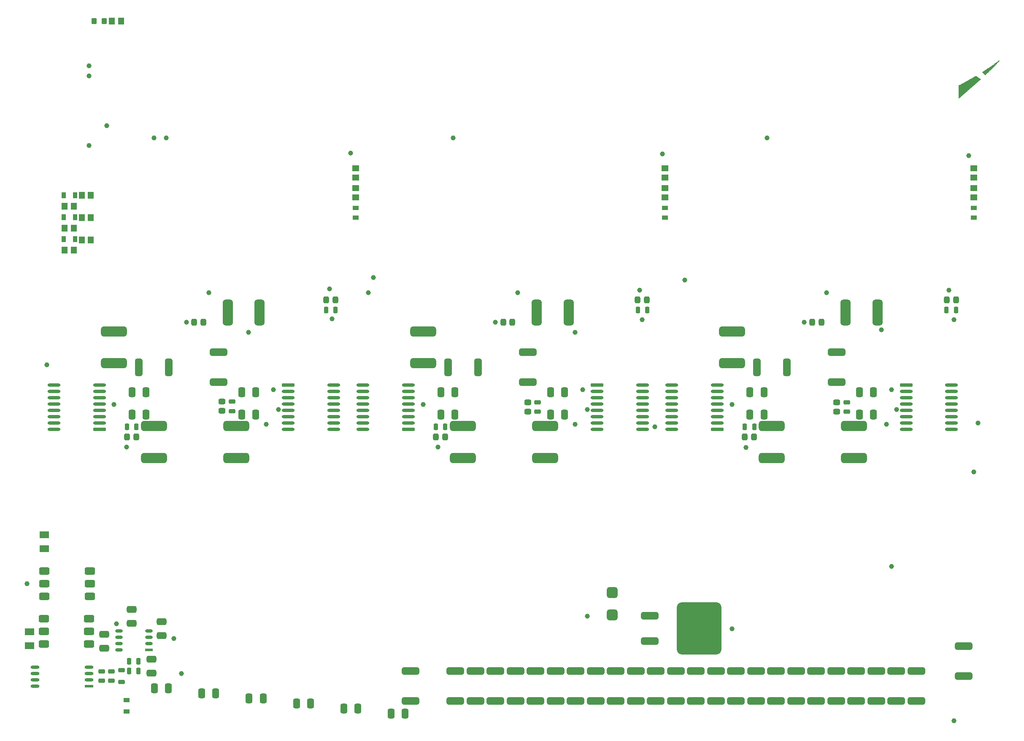
<source format=gtp>
G04*
G04 #@! TF.GenerationSoftware,Altium Limited,Altium Designer,24.1.2 (44)*
G04*
G04 Layer_Color=8421504*
%FSLAX44Y44*%
%MOMM*%
G71*
G04*
G04 #@! TF.SameCoordinates,002F384A-D8A5-405E-8752-54C3CCCC5CC3*
G04*
G04*
G04 #@! TF.FilePolarity,Positive*
G04*
G01*
G75*
%ADD17R,1.9500X1.4000*%
%ADD18C,1.0000*%
%ADD19R,0.9000X1.3000*%
%ADD20R,1.1500X1.3500*%
G04:AMPARAMS|DCode=21|XSize=2.6028mm|YSize=0.6221mm|CornerRadius=0.1555mm|HoleSize=0mm|Usage=FLASHONLY|Rotation=180.000|XOffset=0mm|YOffset=0mm|HoleType=Round|Shape=RoundedRectangle|*
%AMROUNDEDRECTD21*
21,1,2.6028,0.3111,0,0,180.0*
21,1,2.2917,0.6221,0,0,180.0*
1,1,0.3111,-1.1459,0.1555*
1,1,0.3111,1.1459,0.1555*
1,1,0.3111,1.1459,-0.1555*
1,1,0.3111,-1.1459,-0.1555*
%
%ADD21ROUNDEDRECTD21*%
G04:AMPARAMS|DCode=22|XSize=2.6028mm|YSize=0.6221mm|CornerRadius=0.3111mm|HoleSize=0mm|Usage=FLASHONLY|Rotation=180.000|XOffset=0mm|YOffset=0mm|HoleType=Round|Shape=RoundedRectangle|*
%AMROUNDEDRECTD22*
21,1,2.6028,0.0000,0,0,180.0*
21,1,1.9807,0.6221,0,0,180.0*
1,1,0.6221,-0.9903,0.0000*
1,1,0.6221,0.9903,0.0000*
1,1,0.6221,0.9903,0.0000*
1,1,0.6221,-0.9903,0.0000*
%
%ADD22ROUNDEDRECTD22*%
G04:AMPARAMS|DCode=23|XSize=1.35mm|YSize=1.15mm|CornerRadius=0.2875mm|HoleSize=0mm|Usage=FLASHONLY|Rotation=270.000|XOffset=0mm|YOffset=0mm|HoleType=Round|Shape=RoundedRectangle|*
%AMROUNDEDRECTD23*
21,1,1.3500,0.5750,0,0,270.0*
21,1,0.7750,1.1500,0,0,270.0*
1,1,0.5750,-0.2875,-0.3875*
1,1,0.5750,-0.2875,0.3875*
1,1,0.5750,0.2875,0.3875*
1,1,0.5750,0.2875,-0.3875*
%
%ADD23ROUNDEDRECTD23*%
G04:AMPARAMS|DCode=24|XSize=3.5mm|YSize=1.5mm|CornerRadius=0.375mm|HoleSize=0mm|Usage=FLASHONLY|Rotation=0.000|XOffset=0mm|YOffset=0mm|HoleType=Round|Shape=RoundedRectangle|*
%AMROUNDEDRECTD24*
21,1,3.5000,0.7500,0,0,0.0*
21,1,2.7500,1.5000,0,0,0.0*
1,1,0.7500,1.3750,-0.3750*
1,1,0.7500,-1.3750,-0.3750*
1,1,0.7500,-1.3750,0.3750*
1,1,0.7500,1.3750,0.3750*
%
%ADD24ROUNDEDRECTD24*%
G04:AMPARAMS|DCode=25|XSize=1.95mm|YSize=1.4mm|CornerRadius=0.35mm|HoleSize=0mm|Usage=FLASHONLY|Rotation=0.000|XOffset=0mm|YOffset=0mm|HoleType=Round|Shape=RoundedRectangle|*
%AMROUNDEDRECTD25*
21,1,1.9500,0.7000,0,0,0.0*
21,1,1.2500,1.4000,0,0,0.0*
1,1,0.7000,0.6250,-0.3500*
1,1,0.7000,-0.6250,-0.3500*
1,1,0.7000,-0.6250,0.3500*
1,1,0.7000,0.6250,0.3500*
%
%ADD25ROUNDEDRECTD25*%
G04:AMPARAMS|DCode=26|XSize=1.5mm|YSize=2.1mm|CornerRadius=0.375mm|HoleSize=0mm|Usage=FLASHONLY|Rotation=90.000|XOffset=0mm|YOffset=0mm|HoleType=Round|Shape=RoundedRectangle|*
%AMROUNDEDRECTD26*
21,1,1.5000,1.3500,0,0,90.0*
21,1,0.7500,2.1000,0,0,90.0*
1,1,0.7500,0.6750,0.3750*
1,1,0.7500,0.6750,-0.3750*
1,1,0.7500,-0.6750,-0.3750*
1,1,0.7500,-0.6750,0.3750*
%
%ADD26ROUNDEDRECTD26*%
%ADD27R,1.5200X0.6000*%
%ADD28O,1.5200X0.6000*%
G04:AMPARAMS|DCode=29|XSize=1.95mm|YSize=1.4mm|CornerRadius=0.35mm|HoleSize=0mm|Usage=FLASHONLY|Rotation=90.000|XOffset=0mm|YOffset=0mm|HoleType=Round|Shape=RoundedRectangle|*
%AMROUNDEDRECTD29*
21,1,1.9500,0.7000,0,0,90.0*
21,1,1.2500,1.4000,0,0,90.0*
1,1,0.7000,0.3500,0.6250*
1,1,0.7000,0.3500,-0.6250*
1,1,0.7000,-0.3500,-0.6250*
1,1,0.7000,-0.3500,0.6250*
%
%ADD29ROUNDEDRECTD29*%
G04:AMPARAMS|DCode=30|XSize=0.9mm|YSize=1.3mm|CornerRadius=0.225mm|HoleSize=0mm|Usage=FLASHONLY|Rotation=180.000|XOffset=0mm|YOffset=0mm|HoleType=Round|Shape=RoundedRectangle|*
%AMROUNDEDRECTD30*
21,1,0.9000,0.8500,0,0,180.0*
21,1,0.4500,1.3000,0,0,180.0*
1,1,0.4500,-0.2250,0.4250*
1,1,0.4500,0.2250,0.4250*
1,1,0.4500,0.2250,-0.4250*
1,1,0.4500,-0.2250,-0.4250*
%
%ADD30ROUNDEDRECTD30*%
G04:AMPARAMS|DCode=31|XSize=0.9mm|YSize=1.3mm|CornerRadius=0.225mm|HoleSize=0mm|Usage=FLASHONLY|Rotation=270.000|XOffset=0mm|YOffset=0mm|HoleType=Round|Shape=RoundedRectangle|*
%AMROUNDEDRECTD31*
21,1,0.9000,0.8500,0,0,270.0*
21,1,0.4500,1.3000,0,0,270.0*
1,1,0.4500,-0.4250,-0.2250*
1,1,0.4500,-0.4250,0.2250*
1,1,0.4500,0.4250,0.2250*
1,1,0.4500,0.4250,-0.2250*
%
%ADD31ROUNDEDRECTD31*%
%ADD32O,1.8000X0.6000*%
%ADD33R,1.8000X0.6000*%
%ADD34R,1.3000X0.9000*%
G04:AMPARAMS|DCode=35|XSize=9mm|YSize=10.5mm|CornerRadius=1.125mm|HoleSize=0mm|Usage=FLASHONLY|Rotation=0.000|XOffset=0mm|YOffset=0mm|HoleType=Round|Shape=RoundedRectangle|*
%AMROUNDEDRECTD35*
21,1,9.0000,8.2500,0,0,0.0*
21,1,6.7500,10.5000,0,0,0.0*
1,1,2.2500,3.3750,-4.1250*
1,1,2.2500,-3.3750,-4.1250*
1,1,2.2500,-3.3750,4.1250*
1,1,2.2500,3.3750,4.1250*
%
%ADD35ROUNDEDRECTD35*%
G04:AMPARAMS|DCode=36|XSize=1.5mm|YSize=3.5mm|CornerRadius=0.375mm|HoleSize=0mm|Usage=FLASHONLY|Rotation=90.000|XOffset=0mm|YOffset=0mm|HoleType=Round|Shape=RoundedRectangle|*
%AMROUNDEDRECTD36*
21,1,1.5000,2.7500,0,0,90.0*
21,1,0.7500,3.5000,0,0,90.0*
1,1,0.7500,1.3750,0.3750*
1,1,0.7500,1.3750,-0.3750*
1,1,0.7500,-1.3750,-0.3750*
1,1,0.7500,-1.3750,0.3750*
%
%ADD36ROUNDEDRECTD36*%
G04:AMPARAMS|DCode=37|XSize=2.2mm|YSize=2.21mm|CornerRadius=0.55mm|HoleSize=0mm|Usage=FLASHONLY|Rotation=180.000|XOffset=0mm|YOffset=0mm|HoleType=Round|Shape=RoundedRectangle|*
%AMROUNDEDRECTD37*
21,1,2.2000,1.1100,0,0,180.0*
21,1,1.1000,2.2100,0,0,180.0*
1,1,1.1000,-0.5500,0.5550*
1,1,1.1000,0.5500,0.5550*
1,1,1.1000,0.5500,-0.5550*
1,1,1.1000,-0.5500,-0.5550*
%
%ADD37ROUNDEDRECTD37*%
G04:AMPARAMS|DCode=38|XSize=2mm|YSize=5.2mm|CornerRadius=0.5mm|HoleSize=0mm|Usage=FLASHONLY|Rotation=270.000|XOffset=0mm|YOffset=0mm|HoleType=Round|Shape=RoundedRectangle|*
%AMROUNDEDRECTD38*
21,1,2.0000,4.2000,0,0,270.0*
21,1,1.0000,5.2000,0,0,270.0*
1,1,1.0000,-2.1000,-0.5000*
1,1,1.0000,-2.1000,0.5000*
1,1,1.0000,2.1000,0.5000*
1,1,1.0000,2.1000,-0.5000*
%
%ADD38ROUNDEDRECTD38*%
%ADD39R,1.3500X1.1500*%
G04:AMPARAMS|DCode=40|XSize=3.5mm|YSize=1.5mm|CornerRadius=0.375mm|HoleSize=0mm|Usage=FLASHONLY|Rotation=270.000|XOffset=0mm|YOffset=0mm|HoleType=Round|Shape=RoundedRectangle|*
%AMROUNDEDRECTD40*
21,1,3.5000,0.7500,0,0,270.0*
21,1,2.7500,1.5000,0,0,270.0*
1,1,0.7500,-0.3750,-1.3750*
1,1,0.7500,-0.3750,1.3750*
1,1,0.7500,0.3750,1.3750*
1,1,0.7500,0.3750,-1.3750*
%
%ADD40ROUNDEDRECTD40*%
G04:AMPARAMS|DCode=41|XSize=1.35mm|YSize=1.15mm|CornerRadius=0.2875mm|HoleSize=0mm|Usage=FLASHONLY|Rotation=180.000|XOffset=0mm|YOffset=0mm|HoleType=Round|Shape=RoundedRectangle|*
%AMROUNDEDRECTD41*
21,1,1.3500,0.5750,0,0,180.0*
21,1,0.7750,1.1500,0,0,180.0*
1,1,0.5750,-0.3875,0.2875*
1,1,0.5750,0.3875,0.2875*
1,1,0.5750,0.3875,-0.2875*
1,1,0.5750,-0.3875,-0.2875*
%
%ADD41ROUNDEDRECTD41*%
G04:AMPARAMS|DCode=42|XSize=1.2mm|YSize=1.1mm|CornerRadius=0.275mm|HoleSize=0mm|Usage=FLASHONLY|Rotation=270.000|XOffset=0mm|YOffset=0mm|HoleType=Round|Shape=RoundedRectangle|*
%AMROUNDEDRECTD42*
21,1,1.2000,0.5500,0,0,270.0*
21,1,0.6500,1.1000,0,0,270.0*
1,1,0.5500,-0.2750,-0.3250*
1,1,0.5500,-0.2750,0.3250*
1,1,0.5500,0.2750,0.3250*
1,1,0.5500,0.2750,-0.3250*
%
%ADD42ROUNDEDRECTD42*%
G04:AMPARAMS|DCode=43|XSize=2mm|YSize=5.2mm|CornerRadius=0.5mm|HoleSize=0mm|Usage=FLASHONLY|Rotation=0.000|XOffset=0mm|YOffset=0mm|HoleType=Round|Shape=RoundedRectangle|*
%AMROUNDEDRECTD43*
21,1,2.0000,4.2000,0,0,0.0*
21,1,1.0000,5.2000,0,0,0.0*
1,1,1.0000,0.5000,-2.1000*
1,1,1.0000,-0.5000,-2.1000*
1,1,1.0000,-0.5000,2.1000*
1,1,1.0000,0.5000,2.1000*
%
%ADD43ROUNDEDRECTD43*%
G36*
X1935354Y1374474D02*
X1935057D01*
Y1374772D01*
X1935354D01*
Y1374474D01*
D02*
G37*
G36*
X1934760D02*
X1935057D01*
Y1374177D01*
X1935354D01*
Y1373879D01*
X1935652D01*
Y1374177D01*
X1935950D01*
Y1373879D01*
X1936247D01*
Y1373582D01*
X1936544D01*
Y1373284D01*
X1936842D01*
Y1373582D01*
X1937139D01*
Y1373284D01*
X1937437D01*
Y1372987D01*
X1937734D01*
Y1372690D01*
X1938032D01*
Y1372392D01*
X1938329D01*
Y1372095D01*
X1938627D01*
Y1372392D01*
X1938924D01*
Y1371500D01*
X1939222D01*
Y1371797D01*
X1939519D01*
Y1371500D01*
X1939817D01*
Y1371202D01*
X1940114D01*
Y1370905D01*
X1940412D01*
Y1371202D01*
X1940709D01*
Y1370905D01*
X1941006D01*
Y1370607D01*
X1941304D01*
Y1370310D01*
X1941602D01*
Y1370012D01*
X1941899D01*
Y1369715D01*
X1942196D01*
Y1370012D01*
X1942494D01*
Y1369120D01*
X1942791D01*
Y1369417D01*
X1943089D01*
Y1369120D01*
X1943386D01*
Y1368822D01*
X1943684D01*
Y1368525D01*
X1943981D01*
Y1368227D01*
X1944279D01*
Y1367930D01*
X1944576D01*
Y1367632D01*
X1944279D01*
Y1367335D01*
X1943981D01*
Y1367038D01*
X1943684D01*
Y1366740D01*
X1943386D01*
Y1366443D01*
X1943089D01*
Y1366145D01*
X1942791D01*
Y1366443D01*
X1942494D01*
Y1366145D01*
X1942196D01*
Y1365848D01*
X1941899D01*
Y1365550D01*
X1941602D01*
Y1365253D01*
X1941304D01*
Y1364955D01*
X1941006D01*
Y1364658D01*
X1940709D01*
Y1364360D01*
X1940412D01*
Y1364658D01*
X1940114D01*
Y1364360D01*
X1940412D01*
Y1364063D01*
X1940114D01*
Y1363765D01*
X1939817D01*
Y1364063D01*
X1939519D01*
Y1363765D01*
X1939817D01*
Y1363468D01*
X1939519D01*
Y1363170D01*
X1939222D01*
Y1363468D01*
X1938924D01*
Y1363170D01*
X1939222D01*
Y1362873D01*
X1938924D01*
Y1362576D01*
X1938627D01*
Y1362873D01*
X1938329D01*
Y1362576D01*
X1938627D01*
Y1362278D01*
X1938329D01*
Y1361980D01*
X1938032D01*
Y1362278D01*
X1937734D01*
Y1361385D01*
X1937437D01*
Y1361683D01*
X1937139D01*
Y1360791D01*
X1936842D01*
Y1361088D01*
X1936544D01*
Y1360791D01*
X1936247D01*
Y1360493D01*
X1935950D01*
Y1360196D01*
X1935652D01*
Y1359898D01*
X1935354D01*
Y1359601D01*
X1935057D01*
Y1359303D01*
X1934760D01*
Y1359006D01*
X1934462D01*
Y1359303D01*
X1934165D01*
Y1359006D01*
X1933867D01*
Y1358708D01*
X1933570D01*
Y1358411D01*
X1933272D01*
Y1358113D01*
X1932975D01*
Y1357816D01*
X1932677D01*
Y1357518D01*
X1932380D01*
Y1357221D01*
X1932082D01*
Y1356923D01*
X1931785D01*
Y1356626D01*
X1931487D01*
Y1356328D01*
X1931190D01*
Y1356031D01*
X1930892D01*
Y1356328D01*
X1930595D01*
Y1356031D01*
X1930892D01*
Y1355734D01*
X1930595D01*
Y1355436D01*
X1930298D01*
Y1355734D01*
X1930000D01*
Y1355436D01*
X1930298D01*
Y1355139D01*
X1930000D01*
Y1354841D01*
X1929702D01*
Y1355139D01*
X1929405D01*
Y1354246D01*
X1929108D01*
Y1354544D01*
X1928810D01*
Y1353651D01*
X1928513D01*
Y1353949D01*
X1928215D01*
Y1353651D01*
X1927918D01*
Y1353354D01*
X1927620D01*
Y1353056D01*
X1927323D01*
Y1352759D01*
X1927025D01*
Y1352461D01*
X1926728D01*
Y1352164D01*
X1926430D01*
Y1351866D01*
X1926133D01*
Y1351569D01*
X1925835D01*
Y1351272D01*
X1925240D01*
Y1350677D01*
X1924943D01*
Y1350974D01*
X1924646D01*
Y1350677D01*
X1924348D01*
Y1350379D01*
X1924050D01*
Y1350082D01*
X1923753D01*
Y1349784D01*
X1923456D01*
Y1349487D01*
X1923158D01*
Y1349189D01*
X1922861D01*
Y1348892D01*
X1922563D01*
Y1348594D01*
X1922266D01*
Y1348297D01*
X1921968D01*
Y1347999D01*
X1921671D01*
Y1347702D01*
X1921373D01*
Y1347999D01*
X1921076D01*
Y1347702D01*
X1921373D01*
Y1347404D01*
X1921076D01*
Y1347107D01*
X1920778D01*
Y1347404D01*
X1920481D01*
Y1347107D01*
X1920778D01*
Y1346809D01*
X1920481D01*
Y1346512D01*
X1920183D01*
Y1346809D01*
X1919886D01*
Y1345917D01*
X1919588D01*
Y1346214D01*
X1919291D01*
Y1345322D01*
X1918994D01*
Y1345620D01*
X1918696D01*
Y1345322D01*
X1918399D01*
Y1345025D01*
X1918101D01*
Y1344727D01*
X1917804D01*
Y1344430D01*
X1917506D01*
Y1344132D01*
X1917209D01*
Y1343835D01*
X1916911D01*
Y1343537D01*
X1916614D01*
Y1343240D01*
X1916316D01*
Y1342942D01*
X1916019D01*
Y1342645D01*
X1915721D01*
Y1342347D01*
X1915424D01*
Y1342645D01*
X1915126D01*
Y1342347D01*
X1914829D01*
Y1342050D01*
X1914531D01*
Y1341752D01*
X1914234D01*
Y1341455D01*
X1913936D01*
Y1341157D01*
X1913639D01*
Y1340860D01*
X1913342D01*
Y1340562D01*
X1913044D01*
Y1340265D01*
X1912747D01*
Y1339967D01*
X1912449D01*
Y1339670D01*
X1912152D01*
Y1339373D01*
X1911854D01*
Y1339670D01*
X1911557D01*
Y1339373D01*
X1911854D01*
Y1339075D01*
X1911557D01*
Y1338778D01*
X1911259D01*
Y1339075D01*
X1910962D01*
Y1338778D01*
X1911259D01*
Y1338480D01*
X1910962D01*
Y1338183D01*
X1910664D01*
Y1338480D01*
X1910367D01*
Y1338183D01*
X1910664D01*
Y1337885D01*
X1910367D01*
Y1337588D01*
X1910069D01*
Y1337885D01*
X1909772D01*
Y1336993D01*
X1909474D01*
Y1337290D01*
X1909177D01*
Y1336993D01*
X1908879D01*
Y1336695D01*
X1908582D01*
Y1336398D01*
X1908284D01*
Y1336100D01*
X1907987D01*
Y1335803D01*
X1907690D01*
Y1335505D01*
X1907392D01*
Y1335208D01*
X1906797D01*
Y1334613D01*
X1906500D01*
Y1334910D01*
X1906202D01*
Y1334018D01*
X1905905D01*
Y1334315D01*
X1905607D01*
Y1334018D01*
X1905310D01*
Y1333721D01*
X1905012D01*
Y1333423D01*
X1904715D01*
Y1333126D01*
X1904417D01*
Y1332828D01*
X1904120D01*
Y1332531D01*
X1903822D01*
Y1332233D01*
X1903525D01*
Y1331936D01*
X1903227D01*
Y1331638D01*
X1902930D01*
Y1331341D01*
X1902632D01*
Y1331043D01*
X1902335D01*
Y1331341D01*
X1902038D01*
Y1331043D01*
X1902335D01*
Y1330746D01*
X1902038D01*
Y1330448D01*
X1901740D01*
Y1330746D01*
X1901443D01*
Y1330448D01*
X1901740D01*
Y1330151D01*
X1901443D01*
Y1329853D01*
X1901145D01*
Y1330151D01*
X1900848D01*
Y1329259D01*
X1900550D01*
Y1329556D01*
X1900253D01*
Y1329259D01*
X1899955D01*
Y1328961D01*
X1899658D01*
Y1329259D01*
X1899360D01*
Y1330151D01*
X1899658D01*
Y1330448D01*
X1899360D01*
Y1331341D01*
X1899658D01*
Y1331043D01*
X1899955D01*
Y1331341D01*
X1899658D01*
Y1331638D01*
X1899360D01*
Y1332531D01*
X1899658D01*
Y1332233D01*
X1899955D01*
Y1332531D01*
X1899658D01*
Y1332828D01*
X1899360D01*
Y1333126D01*
X1899658D01*
Y1333423D01*
X1899360D01*
Y1333721D01*
X1899658D01*
Y1333423D01*
X1899955D01*
Y1333721D01*
X1899658D01*
Y1334018D01*
X1899360D01*
Y1334315D01*
X1899658D01*
Y1334613D01*
X1899360D01*
Y1334910D01*
X1899658D01*
Y1334613D01*
X1899955D01*
Y1334910D01*
X1899658D01*
Y1335208D01*
X1899360D01*
Y1335505D01*
X1899658D01*
Y1335803D01*
X1899360D01*
Y1336100D01*
X1899658D01*
Y1335803D01*
X1899955D01*
Y1336100D01*
X1899658D01*
Y1336398D01*
X1899360D01*
Y1336695D01*
X1899658D01*
Y1336993D01*
X1899360D01*
Y1337290D01*
X1899658D01*
Y1336993D01*
X1899955D01*
Y1337290D01*
X1899658D01*
Y1337588D01*
X1899360D01*
Y1337885D01*
X1899658D01*
Y1338183D01*
X1899360D01*
Y1338480D01*
X1899658D01*
Y1338183D01*
X1899955D01*
Y1338480D01*
X1899658D01*
Y1338778D01*
X1899360D01*
Y1339075D01*
X1899658D01*
Y1339373D01*
X1899360D01*
Y1339670D01*
X1899658D01*
Y1339373D01*
X1899955D01*
Y1339670D01*
X1899658D01*
Y1339967D01*
X1899360D01*
Y1340265D01*
X1899658D01*
Y1340562D01*
X1899360D01*
Y1340860D01*
X1899658D01*
Y1340562D01*
X1899955D01*
Y1340860D01*
X1899658D01*
Y1341157D01*
X1899360D01*
Y1341455D01*
X1899658D01*
Y1341157D01*
X1899955D01*
Y1341455D01*
X1899658D01*
Y1341752D01*
X1899360D01*
Y1342050D01*
X1899658D01*
Y1341752D01*
X1899955D01*
Y1342050D01*
X1899658D01*
Y1342347D01*
X1899360D01*
Y1342645D01*
X1899658D01*
Y1342347D01*
X1899955D01*
Y1342645D01*
X1899658D01*
Y1342942D01*
X1899360D01*
Y1343240D01*
X1899658D01*
Y1342942D01*
X1899955D01*
Y1343240D01*
X1899658D01*
Y1343537D01*
X1899360D01*
Y1343835D01*
X1899658D01*
Y1343537D01*
X1899955D01*
Y1343835D01*
X1899658D01*
Y1344132D01*
X1899360D01*
Y1344430D01*
X1899658D01*
Y1344132D01*
X1899955D01*
Y1344430D01*
X1899658D01*
Y1344727D01*
X1899360D01*
Y1345025D01*
X1899658D01*
Y1344727D01*
X1899955D01*
Y1345025D01*
X1899658D01*
Y1345322D01*
X1899360D01*
Y1345620D01*
X1899658D01*
Y1345322D01*
X1899955D01*
Y1345620D01*
X1899658D01*
Y1345917D01*
X1899360D01*
Y1346214D01*
X1899658D01*
Y1345917D01*
X1899955D01*
Y1346214D01*
X1899658D01*
Y1346512D01*
X1899955D01*
Y1346809D01*
X1899658D01*
Y1347107D01*
X1899360D01*
Y1347404D01*
X1899658D01*
Y1347107D01*
X1899955D01*
Y1347404D01*
X1899658D01*
Y1347702D01*
X1899955D01*
Y1347999D01*
X1899658D01*
Y1348297D01*
X1899955D01*
Y1348594D01*
X1899658D01*
Y1348892D01*
X1899955D01*
Y1349189D01*
X1899658D01*
Y1349487D01*
X1899955D01*
Y1349784D01*
X1899658D01*
Y1350082D01*
X1899955D01*
Y1350379D01*
X1899658D01*
Y1350677D01*
X1899955D01*
Y1350974D01*
X1899658D01*
Y1351272D01*
X1899955D01*
Y1351569D01*
X1899658D01*
Y1351866D01*
X1899955D01*
Y1352164D01*
X1899658D01*
Y1352461D01*
X1899955D01*
Y1352759D01*
X1899658D01*
Y1353056D01*
X1899955D01*
Y1353354D01*
X1899658D01*
Y1353651D01*
X1899955D01*
Y1353949D01*
X1899658D01*
Y1354246D01*
X1899955D01*
Y1354544D01*
X1899658D01*
Y1354841D01*
X1899955D01*
Y1355734D01*
X1900253D01*
Y1356031D01*
X1900550D01*
Y1356328D01*
X1900848D01*
Y1356031D01*
X1901145D01*
Y1356328D01*
X1901443D01*
Y1356626D01*
X1901740D01*
Y1356923D01*
X1902038D01*
Y1356626D01*
X1902335D01*
Y1356923D01*
X1902632D01*
Y1357221D01*
X1902930D01*
Y1357518D01*
X1903227D01*
Y1357221D01*
X1903525D01*
Y1357518D01*
X1903822D01*
Y1357816D01*
X1904120D01*
Y1358113D01*
X1904417D01*
Y1357816D01*
X1904715D01*
Y1358113D01*
X1905012D01*
Y1358411D01*
X1905310D01*
Y1358708D01*
X1905607D01*
Y1358411D01*
X1905905D01*
Y1359006D01*
X1906500D01*
Y1359303D01*
X1906797D01*
Y1359601D01*
X1907095D01*
Y1359898D01*
X1907392D01*
Y1359601D01*
X1907690D01*
Y1359898D01*
X1907987D01*
Y1359601D01*
X1908284D01*
Y1359898D01*
X1907987D01*
Y1360196D01*
X1908284D01*
Y1360493D01*
X1908582D01*
Y1360196D01*
X1908879D01*
Y1360493D01*
X1909177D01*
Y1360791D01*
X1909474D01*
Y1361088D01*
X1909772D01*
Y1360791D01*
X1910069D01*
Y1361088D01*
X1910367D01*
Y1360791D01*
X1910664D01*
Y1361088D01*
X1910367D01*
Y1361385D01*
X1910664D01*
Y1361683D01*
X1910962D01*
Y1361385D01*
X1911259D01*
Y1361683D01*
X1911557D01*
Y1361980D01*
X1911854D01*
Y1362278D01*
X1912152D01*
Y1361980D01*
X1912449D01*
Y1362278D01*
X1912152D01*
Y1362576D01*
X1912449D01*
Y1362278D01*
X1912747D01*
Y1362576D01*
X1912449D01*
Y1362873D01*
X1912747D01*
Y1362576D01*
X1913044D01*
Y1362873D01*
X1913342D01*
Y1362576D01*
X1913639D01*
Y1363170D01*
X1914234D01*
Y1363468D01*
X1914531D01*
Y1363765D01*
X1914829D01*
Y1364063D01*
X1915126D01*
Y1363765D01*
X1915424D01*
Y1364063D01*
X1915721D01*
Y1364360D01*
X1916019D01*
Y1364658D01*
X1916316D01*
Y1364360D01*
X1916614D01*
Y1364658D01*
X1916911D01*
Y1364955D01*
X1917209D01*
Y1365253D01*
X1917506D01*
Y1364955D01*
X1917804D01*
Y1365253D01*
X1918101D01*
Y1365550D01*
X1918399D01*
Y1365848D01*
X1918696D01*
Y1365550D01*
X1918994D01*
Y1366443D01*
X1919291D01*
Y1366145D01*
X1919588D01*
Y1366443D01*
X1919886D01*
Y1366740D01*
X1920183D01*
Y1367038D01*
X1920481D01*
Y1366740D01*
X1920778D01*
Y1367038D01*
X1921076D01*
Y1366740D01*
X1921373D01*
Y1367038D01*
X1921076D01*
Y1367335D01*
X1921373D01*
Y1367632D01*
X1921671D01*
Y1367335D01*
X1921968D01*
Y1367632D01*
X1922266D01*
Y1367930D01*
X1922563D01*
Y1368227D01*
X1922861D01*
Y1368525D01*
X1923158D01*
Y1368227D01*
X1923456D01*
Y1368525D01*
X1923158D01*
Y1368822D01*
X1923456D01*
Y1368525D01*
X1923753D01*
Y1368822D01*
X1924050D01*
Y1369120D01*
X1924348D01*
Y1369417D01*
X1924646D01*
Y1369120D01*
X1924943D01*
Y1369417D01*
X1925240D01*
Y1369715D01*
X1925538D01*
Y1370012D01*
X1925835D01*
Y1369715D01*
X1926133D01*
Y1370012D01*
X1926430D01*
Y1370310D01*
X1926728D01*
Y1370607D01*
X1927025D01*
Y1370310D01*
X1927323D01*
Y1370905D01*
X1927918D01*
Y1371202D01*
X1928215D01*
Y1371500D01*
X1928513D01*
Y1371797D01*
X1928810D01*
Y1371500D01*
X1929108D01*
Y1371797D01*
X1929405D01*
Y1372095D01*
X1929702D01*
Y1372392D01*
X1930000D01*
Y1372095D01*
X1930298D01*
Y1372392D01*
X1930595D01*
Y1372690D01*
X1930892D01*
Y1372987D01*
X1931190D01*
Y1373284D01*
X1931487D01*
Y1372987D01*
X1931785D01*
Y1373284D01*
X1931487D01*
Y1373582D01*
X1931785D01*
Y1373284D01*
X1932082D01*
Y1373582D01*
X1932380D01*
Y1373879D01*
X1932677D01*
Y1374177D01*
X1932975D01*
Y1373879D01*
X1933272D01*
Y1374177D01*
X1933570D01*
Y1374474D01*
X1933867D01*
Y1374772D01*
X1934165D01*
Y1374474D01*
X1934462D01*
Y1374772D01*
X1934760D01*
Y1374474D01*
D02*
G37*
G36*
X1941899Y1370310D02*
X1941602D01*
Y1370607D01*
X1941899D01*
Y1370310D01*
D02*
G37*
G36*
X1981760Y1405412D02*
X1981463D01*
Y1405709D01*
X1981760D01*
Y1405412D01*
D02*
G37*
G36*
X1981165D02*
X1981463D01*
Y1405114D01*
X1981760D01*
Y1404817D01*
X1981463D01*
Y1404519D01*
X1981165D01*
Y1403627D01*
X1980868D01*
Y1403924D01*
X1980570D01*
Y1403032D01*
X1980273D01*
Y1403329D01*
X1979975D01*
Y1403032D01*
X1980273D01*
Y1402734D01*
X1979975D01*
Y1402437D01*
X1979678D01*
Y1402734D01*
X1979380D01*
Y1402437D01*
X1979678D01*
Y1402139D01*
X1979380D01*
Y1401842D01*
X1979083D01*
Y1401544D01*
X1978786D01*
Y1401247D01*
X1978488D01*
Y1400950D01*
X1978191D01*
Y1400652D01*
X1977893D01*
Y1400354D01*
X1977596D01*
Y1400057D01*
X1977298D01*
Y1399760D01*
X1977001D01*
Y1399462D01*
X1976703D01*
Y1399165D01*
X1976406D01*
Y1398867D01*
X1976108D01*
Y1398570D01*
X1975811D01*
Y1398272D01*
X1975513D01*
Y1397975D01*
X1975216D01*
Y1397082D01*
X1974918D01*
Y1397380D01*
X1974621D01*
Y1396487D01*
X1974323D01*
Y1396190D01*
X1974026D01*
Y1395892D01*
X1973728D01*
Y1396190D01*
X1973431D01*
Y1395298D01*
X1973134D01*
Y1395000D01*
X1972836D01*
Y1394702D01*
X1972539D01*
Y1394405D01*
X1972241D01*
Y1394108D01*
X1971944D01*
Y1393810D01*
X1971646D01*
Y1393513D01*
X1971349D01*
Y1393215D01*
X1971051D01*
Y1392918D01*
X1970754D01*
Y1392620D01*
X1970456D01*
Y1392323D01*
X1970159D01*
Y1392025D01*
X1969861D01*
Y1391728D01*
X1969564D01*
Y1391430D01*
X1969266D01*
Y1391133D01*
X1968969D01*
Y1390835D01*
X1968672D01*
Y1390538D01*
X1968374D01*
Y1390240D01*
X1968076D01*
Y1389943D01*
X1967779D01*
Y1389646D01*
X1967482D01*
Y1389348D01*
X1967184D01*
Y1389050D01*
X1966887D01*
Y1388753D01*
X1966589D01*
Y1388456D01*
X1966292D01*
Y1388158D01*
X1965994D01*
Y1387861D01*
X1965697D01*
Y1387563D01*
X1965399D01*
Y1387266D01*
X1965102D01*
Y1386968D01*
X1964804D01*
Y1386671D01*
X1964507D01*
Y1386373D01*
X1963912D01*
Y1385778D01*
X1963614D01*
Y1385481D01*
X1963317D01*
Y1385183D01*
X1963020D01*
Y1385481D01*
X1962722D01*
Y1384588D01*
X1962424D01*
Y1384291D01*
X1962127D01*
Y1383994D01*
X1961830D01*
Y1384291D01*
X1961532D01*
Y1383399D01*
X1961235D01*
Y1383696D01*
X1960937D01*
Y1382804D01*
X1960640D01*
Y1383101D01*
X1960342D01*
Y1382209D01*
X1960045D01*
Y1382506D01*
X1959747D01*
Y1381614D01*
X1959450D01*
Y1381911D01*
X1959152D01*
Y1381614D01*
X1958855D01*
Y1381316D01*
X1958557D01*
Y1381019D01*
X1958260D01*
Y1380721D01*
X1957962D01*
Y1380424D01*
X1957665D01*
Y1380126D01*
X1957368D01*
Y1379829D01*
X1957070D01*
Y1379531D01*
X1956773D01*
Y1379234D01*
X1956475D01*
Y1378936D01*
X1956178D01*
Y1378639D01*
X1955880D01*
Y1378342D01*
X1955583D01*
Y1378044D01*
X1955285D01*
Y1377747D01*
X1954988D01*
Y1377449D01*
X1954690D01*
Y1377152D01*
X1954393D01*
Y1376854D01*
X1954095D01*
Y1376557D01*
X1953798D01*
Y1376259D01*
X1953500D01*
Y1376557D01*
X1953203D01*
Y1376259D01*
X1952905D01*
Y1376557D01*
X1952608D01*
Y1376854D01*
X1952310D01*
Y1377152D01*
X1952013D01*
Y1377449D01*
X1951716D01*
Y1377747D01*
X1951418D01*
Y1378044D01*
X1951121D01*
Y1378342D01*
X1950823D01*
Y1378639D01*
X1950526D01*
Y1378936D01*
X1950228D01*
Y1379234D01*
X1949931D01*
Y1379531D01*
X1949633D01*
Y1379829D01*
X1949336D01*
Y1380126D01*
X1949038D01*
Y1380424D01*
X1948741D01*
Y1380721D01*
X1948443D01*
Y1381019D01*
X1948146D01*
Y1381316D01*
X1947848D01*
Y1381614D01*
X1947551D01*
Y1381911D01*
X1947253D01*
Y1382209D01*
X1946956D01*
Y1382506D01*
X1947253D01*
Y1382209D01*
X1947551D01*
Y1382506D01*
X1947253D01*
Y1382804D01*
X1947551D01*
Y1383101D01*
X1947848D01*
Y1382804D01*
X1948146D01*
Y1383101D01*
X1948443D01*
Y1383399D01*
X1948741D01*
Y1383696D01*
X1949038D01*
Y1383994D01*
X1949336D01*
Y1383696D01*
X1949633D01*
Y1383994D01*
X1949336D01*
Y1384291D01*
X1949633D01*
Y1383994D01*
X1949931D01*
Y1384291D01*
X1950228D01*
Y1384588D01*
X1950526D01*
Y1384886D01*
X1950823D01*
Y1384588D01*
X1951121D01*
Y1385183D01*
X1951716D01*
Y1385481D01*
X1952013D01*
Y1385778D01*
X1952310D01*
Y1386076D01*
X1952608D01*
Y1385778D01*
X1952905D01*
Y1386076D01*
X1953203D01*
Y1386373D01*
X1953500D01*
Y1386671D01*
X1953798D01*
Y1386968D01*
X1954095D01*
Y1387266D01*
X1954393D01*
Y1386968D01*
X1954690D01*
Y1387266D01*
X1954988D01*
Y1387563D01*
X1955285D01*
Y1387861D01*
X1955583D01*
Y1388158D01*
X1955880D01*
Y1388456D01*
X1956178D01*
Y1388158D01*
X1956475D01*
Y1388456D01*
X1956773D01*
Y1388753D01*
X1957070D01*
Y1389050D01*
X1957368D01*
Y1389348D01*
X1957665D01*
Y1389646D01*
X1957962D01*
Y1389348D01*
X1958260D01*
Y1389646D01*
X1958557D01*
Y1389943D01*
X1958855D01*
Y1390240D01*
X1959152D01*
Y1390538D01*
X1959450D01*
Y1390835D01*
X1959747D01*
Y1390538D01*
X1960045D01*
Y1390835D01*
X1960342D01*
Y1391133D01*
X1960640D01*
Y1391430D01*
X1960937D01*
Y1391133D01*
X1961235D01*
Y1391430D01*
X1960937D01*
Y1391728D01*
X1961235D01*
Y1392025D01*
X1961532D01*
Y1391728D01*
X1961830D01*
Y1392323D01*
X1962424D01*
Y1392620D01*
X1962722D01*
Y1392918D01*
X1963020D01*
Y1393215D01*
X1963912D01*
Y1393513D01*
X1964209D01*
Y1393810D01*
X1964507D01*
Y1394108D01*
X1964804D01*
Y1394405D01*
X1965102D01*
Y1394108D01*
X1965399D01*
Y1395000D01*
X1965697D01*
Y1394702D01*
X1965994D01*
Y1395000D01*
X1966292D01*
Y1395298D01*
X1966589D01*
Y1395595D01*
X1966887D01*
Y1395892D01*
X1967184D01*
Y1396190D01*
X1967482D01*
Y1395892D01*
X1967779D01*
Y1396190D01*
X1968076D01*
Y1396487D01*
X1968374D01*
Y1396785D01*
X1968672D01*
Y1397082D01*
X1968969D01*
Y1397380D01*
X1969266D01*
Y1397082D01*
X1969564D01*
Y1397380D01*
X1969266D01*
Y1397677D01*
X1969564D01*
Y1397975D01*
X1969861D01*
Y1397677D01*
X1970159D01*
Y1397975D01*
X1970456D01*
Y1398272D01*
X1970754D01*
Y1398570D01*
X1971051D01*
Y1398867D01*
X1971349D01*
Y1399165D01*
X1971646D01*
Y1399462D01*
X1971944D01*
Y1399165D01*
X1972241D01*
Y1399462D01*
X1971944D01*
Y1399760D01*
X1972241D01*
Y1399462D01*
X1972539D01*
Y1399760D01*
X1972836D01*
Y1400057D01*
X1973134D01*
Y1400354D01*
X1973431D01*
Y1400057D01*
X1973728D01*
Y1400354D01*
X1973431D01*
Y1400652D01*
X1973728D01*
Y1400950D01*
X1974026D01*
Y1400652D01*
X1974323D01*
Y1401247D01*
X1974918D01*
Y1401544D01*
X1975216D01*
Y1401842D01*
X1975513D01*
Y1402139D01*
X1975811D01*
Y1402437D01*
X1976108D01*
Y1402734D01*
X1976406D01*
Y1402437D01*
X1976703D01*
Y1402734D01*
X1977001D01*
Y1403032D01*
X1977298D01*
Y1403329D01*
X1977596D01*
Y1403032D01*
X1977893D01*
Y1403329D01*
X1977596D01*
Y1403627D01*
X1977893D01*
Y1403924D01*
X1978191D01*
Y1403627D01*
X1978488D01*
Y1404519D01*
X1978786D01*
Y1404222D01*
X1979083D01*
Y1404519D01*
X1979380D01*
Y1404817D01*
X1979678D01*
Y1405114D01*
X1979975D01*
Y1405412D01*
X1980273D01*
Y1405114D01*
X1980570D01*
Y1405412D01*
X1980273D01*
Y1405709D01*
X1980570D01*
Y1405412D01*
X1980868D01*
Y1405709D01*
X1981165D01*
Y1405412D01*
D02*
G37*
G36*
X1947848Y1381019D02*
X1947551D01*
Y1381316D01*
X1947848D01*
Y1381019D01*
D02*
G37*
G36*
X1949038Y1379829D02*
X1948741D01*
Y1380126D01*
X1949038D01*
Y1379829D01*
D02*
G37*
G36*
X1950228Y1378639D02*
X1949931D01*
Y1378936D01*
X1950228D01*
Y1378639D01*
D02*
G37*
%LPC*%
G36*
X1952310Y1377747D02*
X1952013D01*
Y1377449D01*
X1952310D01*
Y1377747D01*
D02*
G37*
%LPD*%
D17*
X65000Y454000D02*
D03*
Y426000D02*
D03*
X35000Y259000D02*
D03*
Y231000D02*
D03*
D18*
X1130000Y860000D02*
D03*
X1745000Y865000D02*
D03*
X1890000Y80000D02*
D03*
X310000Y1250000D02*
D03*
X155000Y1235000D02*
D03*
X725000Y970000D02*
D03*
X715000Y940000D02*
D03*
X1290000Y670000D02*
D03*
X155000Y1375000D02*
D03*
X155000Y1395000D02*
D03*
X1305000Y1218260D02*
D03*
X1472718Y628938D02*
D03*
X855000Y630000D02*
D03*
X230000D02*
D03*
X510000Y675000D02*
D03*
X1755000D02*
D03*
X1130000D02*
D03*
X825000Y715000D02*
D03*
X1445000Y715000D02*
D03*
X205000Y715000D02*
D03*
X525000Y745000D02*
D03*
X1765000D02*
D03*
X1145475Y744525D02*
D03*
X210000Y275000D02*
D03*
X475000Y860000D02*
D03*
X1765000Y390000D02*
D03*
X1930000Y580000D02*
D03*
X30000Y355000D02*
D03*
X1515000Y1250000D02*
D03*
X885000D02*
D03*
X285000D02*
D03*
X70000Y795000D02*
D03*
X637261Y947123D02*
D03*
X1260000Y945000D02*
D03*
X1880000D02*
D03*
X190000Y1275000D02*
D03*
X1350000Y965000D02*
D03*
X1938250Y678250D02*
D03*
X1445000Y265000D02*
D03*
X1155000Y290000D02*
D03*
X340000Y175000D02*
D03*
X325000Y245000D02*
D03*
X680000Y1220000D02*
D03*
X1920000Y1215000D02*
D03*
X535000Y705000D02*
D03*
X1155000D02*
D03*
X1775000D02*
D03*
X1635000Y940000D02*
D03*
X395000D02*
D03*
X1015000D02*
D03*
X350000Y880000D02*
D03*
X970000D02*
D03*
X1590000Y880000D02*
D03*
X642500Y887157D02*
D03*
X1265000Y885000D02*
D03*
X1890000D02*
D03*
D19*
X126500Y1135004D02*
D03*
X103500D02*
D03*
X126500Y1091102D02*
D03*
X103500D02*
D03*
X126500Y1047201D02*
D03*
X103500D02*
D03*
D20*
X124250Y1112803D02*
D03*
X105750D02*
D03*
X124250Y1068902D02*
D03*
X105750D02*
D03*
X158500Y1045000D02*
D03*
X140000D02*
D03*
X124250Y1025000D02*
D03*
X105750D02*
D03*
X158500Y1090000D02*
D03*
X140000D02*
D03*
X158500Y1135000D02*
D03*
X140000D02*
D03*
X219250Y1485000D02*
D03*
X200750D02*
D03*
D21*
X795655Y665550D02*
D03*
X1794345Y754450D02*
D03*
X175655Y665550D02*
D03*
X1415655D02*
D03*
X554345Y754450D02*
D03*
X1174345D02*
D03*
D22*
X795655Y678250D02*
D03*
Y690950D02*
D03*
Y703650D02*
D03*
Y716350D02*
D03*
Y729050D02*
D03*
Y741750D02*
D03*
Y754450D02*
D03*
X704345D02*
D03*
Y741750D02*
D03*
Y729050D02*
D03*
Y716350D02*
D03*
Y703650D02*
D03*
Y690950D02*
D03*
Y678250D02*
D03*
Y665550D02*
D03*
X1885655Y754450D02*
D03*
Y741750D02*
D03*
Y729050D02*
D03*
Y716350D02*
D03*
Y703650D02*
D03*
Y690950D02*
D03*
Y678250D02*
D03*
Y665550D02*
D03*
X1794345D02*
D03*
Y678250D02*
D03*
Y690950D02*
D03*
Y703650D02*
D03*
Y716350D02*
D03*
Y729050D02*
D03*
Y741750D02*
D03*
X175655Y678250D02*
D03*
Y690950D02*
D03*
Y703650D02*
D03*
Y716350D02*
D03*
Y729050D02*
D03*
Y741750D02*
D03*
Y754450D02*
D03*
X84345D02*
D03*
Y741750D02*
D03*
Y729050D02*
D03*
Y716350D02*
D03*
Y703650D02*
D03*
Y690950D02*
D03*
Y678250D02*
D03*
Y665550D02*
D03*
X1324345D02*
D03*
Y678250D02*
D03*
Y690950D02*
D03*
Y703650D02*
D03*
Y716350D02*
D03*
Y729050D02*
D03*
Y741750D02*
D03*
Y754450D02*
D03*
X1415655D02*
D03*
Y741750D02*
D03*
Y729050D02*
D03*
Y716350D02*
D03*
Y703650D02*
D03*
Y690950D02*
D03*
Y678250D02*
D03*
X645655Y754450D02*
D03*
Y741750D02*
D03*
Y729050D02*
D03*
Y716350D02*
D03*
Y703650D02*
D03*
Y690950D02*
D03*
Y678250D02*
D03*
Y665550D02*
D03*
X554345D02*
D03*
Y678250D02*
D03*
Y690950D02*
D03*
Y703650D02*
D03*
Y716350D02*
D03*
Y729050D02*
D03*
Y741750D02*
D03*
X1265655Y754450D02*
D03*
Y741750D02*
D03*
Y729050D02*
D03*
Y716350D02*
D03*
Y703650D02*
D03*
Y690950D02*
D03*
Y678250D02*
D03*
Y665550D02*
D03*
X1174345D02*
D03*
Y678250D02*
D03*
Y690950D02*
D03*
Y703650D02*
D03*
Y716350D02*
D03*
Y729050D02*
D03*
Y741750D02*
D03*
D23*
X869250Y650000D02*
D03*
X850750D02*
D03*
X649250Y925000D02*
D03*
X630750D02*
D03*
X1274250D02*
D03*
X1255750D02*
D03*
X1894250D02*
D03*
X1875750D02*
D03*
X1470750Y650000D02*
D03*
X1489250D02*
D03*
X230750D02*
D03*
X249250D02*
D03*
X1605750Y880000D02*
D03*
X1624250D02*
D03*
X985750D02*
D03*
X1004250D02*
D03*
X365750D02*
D03*
X384250D02*
D03*
D24*
X800000Y120000D02*
D03*
Y180000D02*
D03*
X890000Y120000D02*
D03*
Y180000D02*
D03*
X930217Y120000D02*
D03*
Y180000D02*
D03*
X970434Y120000D02*
D03*
Y180000D02*
D03*
X1010651Y120000D02*
D03*
Y180000D02*
D03*
X1050869Y120000D02*
D03*
Y180000D02*
D03*
X1091085Y120000D02*
D03*
Y180000D02*
D03*
X1131303Y120000D02*
D03*
Y180000D02*
D03*
X1171520Y120000D02*
D03*
Y180000D02*
D03*
X1211737Y120000D02*
D03*
Y180000D02*
D03*
X1251954Y120000D02*
D03*
Y180000D02*
D03*
X1292171Y120000D02*
D03*
Y180000D02*
D03*
X1332388Y120000D02*
D03*
Y180000D02*
D03*
X1372605Y120000D02*
D03*
Y180000D02*
D03*
X1412823Y120000D02*
D03*
Y180000D02*
D03*
X1453040Y120000D02*
D03*
Y180000D02*
D03*
X1493257Y120000D02*
D03*
Y180000D02*
D03*
X1533474Y120000D02*
D03*
Y180000D02*
D03*
X1573691Y120000D02*
D03*
Y180000D02*
D03*
X1613908Y120000D02*
D03*
Y180000D02*
D03*
X1654125Y120000D02*
D03*
Y180000D02*
D03*
X1694343Y120000D02*
D03*
Y180000D02*
D03*
X1734559Y120000D02*
D03*
Y180000D02*
D03*
X1774777Y120000D02*
D03*
Y180000D02*
D03*
X1814994Y120000D02*
D03*
Y180000D02*
D03*
X1910000Y170000D02*
D03*
Y230000D02*
D03*
X1655000Y760000D02*
D03*
Y820000D02*
D03*
X1035000Y760000D02*
D03*
Y820000D02*
D03*
X415000Y760000D02*
D03*
Y820000D02*
D03*
D25*
X240000Y276000D02*
D03*
Y304000D02*
D03*
X300000Y251000D02*
D03*
Y279000D02*
D03*
X185000Y226000D02*
D03*
Y254000D02*
D03*
X280000Y204000D02*
D03*
Y176000D02*
D03*
D26*
X65000Y380800D02*
D03*
Y355400D02*
D03*
Y330000D02*
D03*
X156000Y380800D02*
D03*
Y355400D02*
D03*
Y330000D02*
D03*
X155000Y234200D02*
D03*
Y259600D02*
D03*
Y285000D02*
D03*
X64000Y234200D02*
D03*
Y259600D02*
D03*
Y285000D02*
D03*
D27*
X275000Y222300D02*
D03*
D28*
Y235000D02*
D03*
Y247700D02*
D03*
Y260400D02*
D03*
X215000Y222300D02*
D03*
Y235000D02*
D03*
Y247700D02*
D03*
Y260400D02*
D03*
D29*
X286000Y145000D02*
D03*
X314000D02*
D03*
X789000Y95001D02*
D03*
X761000D02*
D03*
X694000Y105000D02*
D03*
X666000D02*
D03*
X599000Y115000D02*
D03*
X571000D02*
D03*
X504000Y125000D02*
D03*
X476000D02*
D03*
X409000Y135000D02*
D03*
X381000D02*
D03*
X1729000Y740000D02*
D03*
X1701000D02*
D03*
X1109000D02*
D03*
X1081000D02*
D03*
X489000D02*
D03*
X461000D02*
D03*
X1481000Y695000D02*
D03*
X1509000D02*
D03*
X861000D02*
D03*
X889000D02*
D03*
X241000D02*
D03*
X269000D02*
D03*
X1729000D02*
D03*
X1701000D02*
D03*
X1109000D02*
D03*
X1081000D02*
D03*
X489000D02*
D03*
X461000D02*
D03*
X1481000Y740000D02*
D03*
X1509000D02*
D03*
X861000D02*
D03*
X889000D02*
D03*
X241000D02*
D03*
X269000D02*
D03*
D30*
X254000Y180000D02*
D03*
X235000D02*
D03*
X254000Y200000D02*
D03*
X235000D02*
D03*
X649500Y905000D02*
D03*
X630500D02*
D03*
X1275000D02*
D03*
X1256000D02*
D03*
X1894500D02*
D03*
X1875500D02*
D03*
X1470500Y670000D02*
D03*
X1489500D02*
D03*
X850500D02*
D03*
X869500D02*
D03*
X230500D02*
D03*
X249500D02*
D03*
D31*
X220000Y158500D02*
D03*
Y181500D02*
D03*
X200000Y179500D02*
D03*
Y160500D02*
D03*
X180000Y179500D02*
D03*
Y160500D02*
D03*
X1675000Y719500D02*
D03*
Y700500D02*
D03*
X1055000Y719500D02*
D03*
Y700500D02*
D03*
X441500Y721000D02*
D03*
Y702000D02*
D03*
D32*
X46000Y187700D02*
D03*
Y175000D02*
D03*
Y162300D02*
D03*
Y149600D02*
D03*
X155000Y187700D02*
D03*
Y175000D02*
D03*
Y162300D02*
D03*
D33*
Y149600D02*
D03*
D34*
X230000Y121500D02*
D03*
Y98500D02*
D03*
X1310000Y1090500D02*
D03*
Y1109500D02*
D03*
X690000Y1090500D02*
D03*
Y1109500D02*
D03*
X1930000Y1090500D02*
D03*
Y1109500D02*
D03*
D35*
X1378975Y265400D02*
D03*
D36*
X1280000Y240000D02*
D03*
Y290800D02*
D03*
D37*
X1205000Y292500D02*
D03*
Y337500D02*
D03*
D38*
X285000Y608000D02*
D03*
Y672000D02*
D03*
X450000Y608000D02*
D03*
Y672000D02*
D03*
X1445000Y798000D02*
D03*
Y862000D02*
D03*
X825000Y798000D02*
D03*
Y862000D02*
D03*
X205000Y798000D02*
D03*
Y862000D02*
D03*
X1690000Y672000D02*
D03*
Y608000D02*
D03*
X1070000Y672000D02*
D03*
Y608000D02*
D03*
X1525000Y672000D02*
D03*
Y608000D02*
D03*
X905000Y672000D02*
D03*
Y608000D02*
D03*
D39*
X690000Y1189250D02*
D03*
Y1149250D02*
D03*
X1930000D02*
D03*
Y1130750D02*
D03*
Y1189250D02*
D03*
Y1170750D02*
D03*
X1310000Y1149250D02*
D03*
Y1130750D02*
D03*
Y1189250D02*
D03*
Y1170750D02*
D03*
X690000Y1130750D02*
D03*
Y1170750D02*
D03*
D40*
X1555000Y790000D02*
D03*
X1495000D02*
D03*
X935000D02*
D03*
X875000D02*
D03*
X315000D02*
D03*
X255000D02*
D03*
D41*
X1655000Y719250D02*
D03*
Y700750D02*
D03*
X1035000Y719250D02*
D03*
Y700750D02*
D03*
X421500Y720750D02*
D03*
Y702250D02*
D03*
D42*
X164500Y1485000D02*
D03*
X185500D02*
D03*
D43*
X1673000Y900000D02*
D03*
X1737000D02*
D03*
X1053000D02*
D03*
X1117000D02*
D03*
X433000D02*
D03*
X497000D02*
D03*
M02*

</source>
